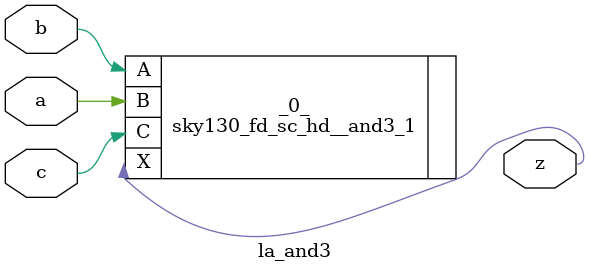
<source format=v>

/* Generated by Yosys 0.37 (git sha1 a5c7f69ed, clang 14.0.0-1ubuntu1.1 -fPIC -Os) */

module la_and3(a, b, c, z);
  input a;
  wire a;
  input b;
  wire b;
  input c;
  wire c;
  output z;
  wire z;
  sky130_fd_sc_hd__and3_1 _0_ (
    .A(b),
    .B(a),
    .C(c),
    .X(z)
  );
endmodule

</source>
